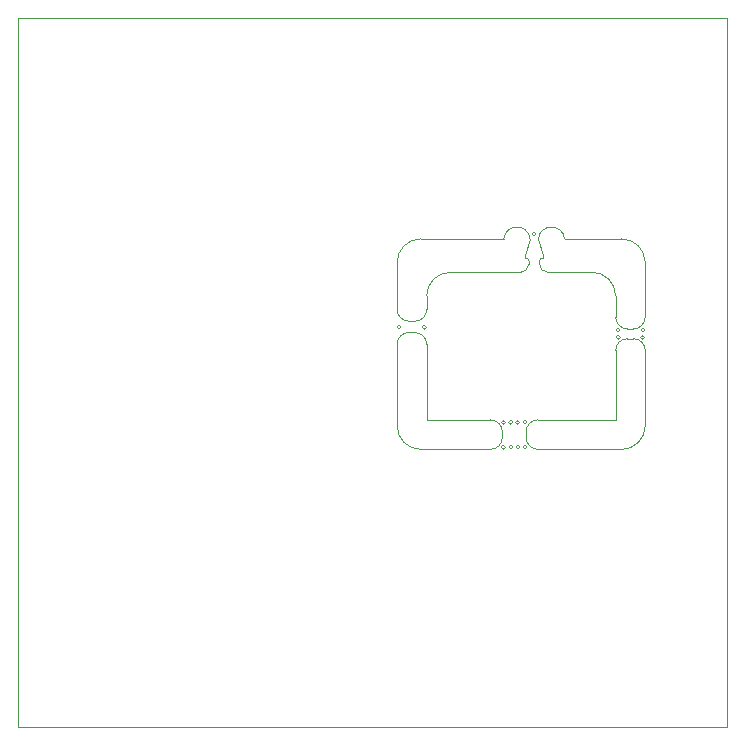
<source format=gbr>
%TF.GenerationSoftware,KiCad,Pcbnew,7.0.6*%
%TF.CreationDate,2023-09-10T10:14:12-04:00*%
%TF.ProjectId,headstage-neuropix1e,68656164-7374-4616-9765-2d6e6575726f,B*%
%TF.SameCoordinates,Original*%
%TF.FileFunction,Profile,NP*%
%FSLAX46Y46*%
G04 Gerber Fmt 4.6, Leading zero omitted, Abs format (unit mm)*
G04 Created by KiCad (PCBNEW 7.0.6) date 2023-09-10 10:14:12*
%MOMM*%
%LPD*%
G01*
G04 APERTURE LIST*
%TA.AperFunction,Profile*%
%ADD10C,0.050000*%
%TD*%
G04 APERTURE END LIST*
D10*
X148600000Y-86500000D02*
X144850000Y-86500000D01*
X151100000Y-83670000D02*
X146279475Y-83670248D01*
X152100000Y-91300000D02*
G75*
G03*
X153100000Y-90300000I0J1000000D01*
G01*
X150975000Y-92020000D02*
G75*
G03*
X150975000Y-92020000I-175000J0D01*
G01*
X132100000Y-92600000D02*
X132100000Y-99500000D01*
X134100000Y-83670000D02*
G75*
G03*
X132100000Y-85670000I0J-2000000D01*
G01*
X134600000Y-99000000D02*
X140000000Y-99000000D01*
X144150000Y-85800000D02*
G75*
G03*
X144850000Y-86500000I700000J0D01*
G01*
X150600000Y-88500000D02*
X150600000Y-90300000D01*
X133100000Y-90650000D02*
X133600000Y-90650000D01*
X134600000Y-92600000D02*
X134600000Y-99000000D01*
X143349996Y-83675001D02*
G75*
G03*
X141120525Y-83670248I-1114996J-119999D01*
G01*
X143000000Y-85300000D02*
X142925000Y-85300000D01*
X132100000Y-99500000D02*
G75*
G03*
X134100000Y-101500000I2000000J0D01*
G01*
X142550000Y-86500000D02*
X136600000Y-86500000D01*
X134600000Y-88500000D02*
X134600000Y-89650000D01*
X142550000Y-86500000D02*
G75*
G03*
X143250000Y-85800000I0J700000D01*
G01*
X144020000Y-99000000D02*
X150600000Y-99000000D01*
X153100000Y-93120000D02*
G75*
G03*
X152100000Y-92120000I-1000000J0D01*
G01*
X143875000Y-83275000D02*
G75*
G03*
X143875000Y-83275000I-175000J0D01*
G01*
X134575000Y-91150000D02*
G75*
G03*
X134575000Y-91150000I-175000J0D01*
G01*
X153075000Y-91400000D02*
G75*
G03*
X153075000Y-91400000I-175000J0D01*
G01*
X153100000Y-90300000D02*
X153100000Y-85670000D01*
X151100000Y-101500000D02*
G75*
G03*
X153100000Y-99500000I0J2000000D01*
G01*
X143350000Y-83675001D02*
X142925000Y-85050000D01*
X144400000Y-85300000D02*
X144475000Y-85300000D01*
X153075000Y-92020000D02*
G75*
G03*
X153075000Y-92020000I-175000J0D01*
G01*
X136600000Y-86500000D02*
G75*
G03*
X134600000Y-88500000I0J-2000000D01*
G01*
X132100000Y-89650000D02*
G75*
G03*
X133100000Y-90650000I1000000J0D01*
G01*
X141895000Y-99200000D02*
G75*
G03*
X141895000Y-99200000I-175000J0D01*
G01*
X141895000Y-101300000D02*
G75*
G03*
X141895000Y-101300000I-175000J0D01*
G01*
X144400000Y-85300000D02*
G75*
G03*
X144150000Y-85550000I0J-250000D01*
G01*
X142925000Y-85050000D02*
X142925000Y-85300000D01*
X150975000Y-91400000D02*
G75*
G03*
X150975000Y-91400000I-175000J0D01*
G01*
X153100000Y-85670000D02*
G75*
G03*
X151100000Y-83670000I-2000000J0D01*
G01*
X141000000Y-100000000D02*
G75*
G03*
X140000000Y-99000000I-1000000J0D01*
G01*
X133600000Y-90650000D02*
G75*
G03*
X134600000Y-89650000I0J1000000D01*
G01*
X143250000Y-85550000D02*
G75*
G03*
X143000000Y-85300000I-250000J0D01*
G01*
X134600000Y-92600000D02*
G75*
G03*
X133600000Y-91600000I-1000000J0D01*
G01*
X150600000Y-93120000D02*
X150600000Y-99000000D01*
X151600000Y-91300000D02*
X152100000Y-91300000D01*
X153100000Y-93120000D02*
X153100000Y-99500000D01*
X152100000Y-92120000D02*
X151600000Y-92120000D01*
X142475000Y-101300000D02*
G75*
G03*
X142475000Y-101300000I-175000J0D01*
G01*
X143020000Y-100000000D02*
X143020000Y-100500000D01*
X142475000Y-99200000D02*
G75*
G03*
X142475000Y-99200000I-175000J0D01*
G01*
X143095000Y-99200000D02*
G75*
G03*
X143095000Y-99200000I-175000J0D01*
G01*
X141000000Y-100500000D02*
X141000000Y-100000000D01*
X150600000Y-90300000D02*
G75*
G03*
X151600000Y-91300000I1000000J0D01*
G01*
X132450000Y-91150000D02*
G75*
G03*
X132450000Y-91150000I-175000J0D01*
G01*
X141275000Y-99200000D02*
G75*
G03*
X141275000Y-99200000I-175000J0D01*
G01*
X141120525Y-83670248D02*
X134100000Y-83670000D01*
X144475000Y-85050000D02*
X144050000Y-83675001D01*
X141275000Y-101300000D02*
G75*
G03*
X141275000Y-101300000I-175000J0D01*
G01*
X146279476Y-83670248D02*
G75*
G03*
X144050002Y-83675001I-1114476J-124752D01*
G01*
X151600000Y-92120000D02*
G75*
G03*
X150600000Y-93120000I0J-1000000D01*
G01*
X144150000Y-85800000D02*
X144150000Y-85550000D01*
X134100000Y-101500000D02*
X140000000Y-101500000D01*
X132100000Y-89650000D02*
X132100000Y-85670000D01*
X150600000Y-88500000D02*
G75*
G03*
X148600000Y-86500000I-2000000J0D01*
G01*
X133100000Y-91600000D02*
G75*
G03*
X132100000Y-92600000I0J-1000000D01*
G01*
X144475000Y-85300000D02*
X144475000Y-85050000D01*
X140000000Y-101500000D02*
G75*
G03*
X141000000Y-100500000I0J1000000D01*
G01*
X133600000Y-91600000D02*
X133100000Y-91600000D01*
X144020000Y-99000000D02*
G75*
G03*
X143020000Y-100000000I0J-1000000D01*
G01*
X143095000Y-101300000D02*
G75*
G03*
X143095000Y-101300000I-175000J0D01*
G01*
X151100000Y-101500000D02*
X144020000Y-101500000D01*
X143020000Y-100500000D02*
G75*
G03*
X144020000Y-101500000I1000000J0D01*
G01*
X143250000Y-85550000D02*
X143250000Y-85800000D01*
X100000000Y-65000000D02*
X160000000Y-65000000D01*
X160000000Y-125000000D01*
X100000000Y-125000000D01*
X100000000Y-65000000D01*
M02*

</source>
